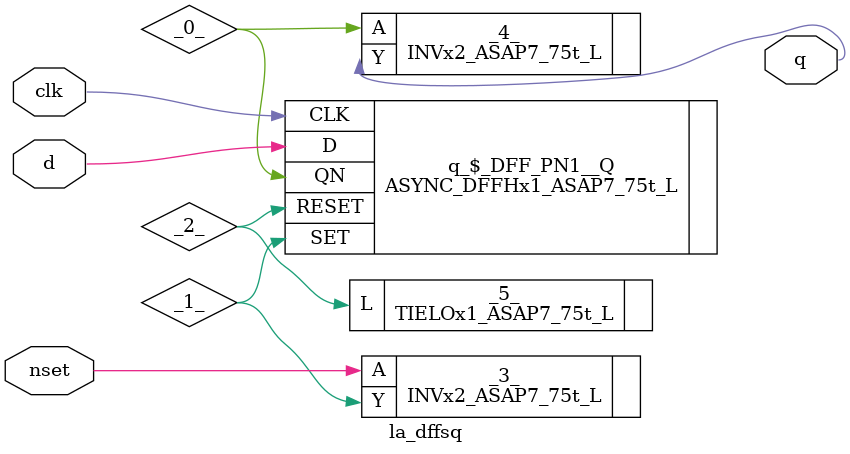
<source format=v>
/* Generated by Yosys 0.37 (git sha1 a5c7f69ed, clang 14.0.0-1ubuntu1.1 -fPIC -Os) */

module la_dffsq(d, clk, nset, q);
  wire _0_;
  wire _1_;
  wire _2_;
  input clk;
  wire clk;
  input d;
  wire d;
  input nset;
  wire nset;
  output q;
  wire q;
  INVx2_ASAP7_75t_L _3_ (
    .A(nset),
    .Y(_1_)
  );
  INVx2_ASAP7_75t_L _4_ (
    .A(_0_),
    .Y(q)
  );
  TIELOx1_ASAP7_75t_L _5_ (
    .L(_2_)
  );
  ASYNC_DFFHx1_ASAP7_75t_L \q_$_DFF_PN1__Q  (
    .CLK(clk),
    .D(d),
    .QN(_0_),
    .RESET(_2_),
    .SET(_1_)
  );
endmodule

</source>
